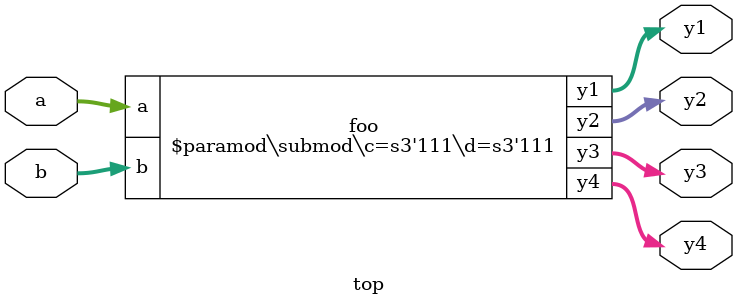
<source format=v>

(* top *)
module top(a, b, y1, y2, y3, y4);
input [3:0] a;
input signed [3:0] b;
output [7:0] y1, y2, y3, y4;

// this version triggers a bug in Icarus Verilog
// submod #(-3'sd1, 3'b111 + 3'b001) foo (a, b, y1, y2, y3, y4);

// this version is handled correctly by Icarus Verilog
submod #(-3'sd1, -3'sd1) foo (a, b, y1, y2, y3, y4);

endmodule

(* gentb_skip *)
module submod(a, b, y1, y2, y3, y4);
parameter c = 0;
parameter [7:0] d = 0;
input [3:0] a, b;
output [7:0] y1, y2, y3, y4;
assign y1 = a;
assign y2 = b;
assign y3 = c;
assign y4 = d;
endmodule


</source>
